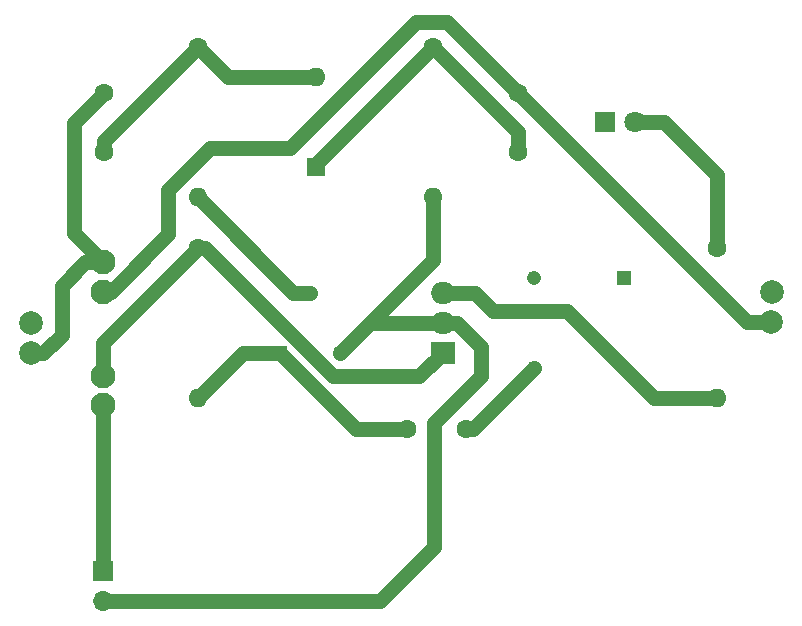
<source format=gtl>
%TF.GenerationSoftware,KiCad,Pcbnew,9.0.0*%
%TF.CreationDate,2025-08-17T08:57:57-07:00*%
%TF.ProjectId,OffsetAttenuator,4f666673-6574-4417-9474-656e7561746f,rev?*%
%TF.SameCoordinates,Original*%
%TF.FileFunction,Copper,L1,Top*%
%TF.FilePolarity,Positive*%
%FSLAX46Y46*%
G04 Gerber Fmt 4.6, Leading zero omitted, Abs format (unit mm)*
G04 Created by KiCad (PCBNEW 9.0.0) date 2025-08-17 08:57:57*
%MOMM*%
%LPD*%
G01*
G04 APERTURE LIST*
%TA.AperFunction,ComponentPad*%
%ADD10R,1.208000X1.208000*%
%TD*%
%TA.AperFunction,ComponentPad*%
%ADD11C,1.208000*%
%TD*%
%TA.AperFunction,ComponentPad*%
%ADD12C,2.100000*%
%TD*%
%TA.AperFunction,ComponentPad*%
%ADD13C,1.600000*%
%TD*%
%TA.AperFunction,ComponentPad*%
%ADD14O,1.600000X1.600000*%
%TD*%
%TA.AperFunction,ComponentPad*%
%ADD15C,2.000000*%
%TD*%
%TA.AperFunction,ComponentPad*%
%ADD16R,2.000000X1.905000*%
%TD*%
%TA.AperFunction,ComponentPad*%
%ADD17O,2.000000X1.905000*%
%TD*%
%TA.AperFunction,ComponentPad*%
%ADD18R,1.268000X1.268000*%
%TD*%
%TA.AperFunction,ComponentPad*%
%ADD19C,1.268000*%
%TD*%
%TA.AperFunction,ComponentPad*%
%ADD20R,1.700000X1.700000*%
%TD*%
%TA.AperFunction,ComponentPad*%
%ADD21O,1.700000X1.700000*%
%TD*%
%TA.AperFunction,ComponentPad*%
%ADD22R,1.600000X1.600000*%
%TD*%
%TA.AperFunction,ComponentPad*%
%ADD23R,1.800000X1.800000*%
%TD*%
%TA.AperFunction,ComponentPad*%
%ADD24C,1.800000*%
%TD*%
%TA.AperFunction,Conductor*%
%ADD25C,1.270000*%
%TD*%
G04 APERTURE END LIST*
D10*
%TO.P,Y1,1*%
%TO.N,N/C*%
X97120000Y-47690000D03*
D11*
%TO.P,Y1,4,GND*%
%TO.N,GND*%
X89500000Y-47690000D03*
%TO.P,Y1,5,OUTPUT*%
%TO.N,Net-(Y1-OUTPUT)*%
X89500000Y-55310000D03*
%TO.P,Y1,8,+VDC*%
%TO.N,/+5V*%
X97120000Y-55310000D03*
%TD*%
D12*
%TO.P,SW2,1,A*%
%TO.N,Net-(J2-In)*%
X53000000Y-48860000D03*
%TO.P,SW2,2,B*%
%TO.N,Net-(J1-Ext)*%
X53000000Y-46370000D03*
%TD*%
D13*
%TO.P,R4,1*%
%TO.N,Net-(SW1-B)*%
X61000000Y-45150000D03*
D14*
%TO.P,R4,2*%
%TO.N,Net-(C3-Pad1)*%
X61000000Y-57850000D03*
%TD*%
D13*
%TO.P,C1,1*%
%TO.N,Net-(J1-Ext)*%
X53100000Y-32000000D03*
%TO.P,C1,2*%
%TO.N,Net-(D1-A)*%
X53100000Y-37000000D03*
%TD*%
D15*
%TO.P,J2,1,In*%
%TO.N,Net-(J2-In)*%
X109595000Y-51420000D03*
%TO.P,J2,2,Ext*%
%TO.N,GND*%
X109605000Y-48870000D03*
%TD*%
D16*
%TO.P,U1,1,IN*%
%TO.N,Net-(SW1-B)*%
X81750000Y-54000000D03*
D17*
%TO.P,U1,2,GND*%
%TO.N,Net-(BT1--)*%
X81750000Y-51460000D03*
%TO.P,U1,3,OUT*%
%TO.N,/+5V*%
X81750000Y-48920000D03*
%TD*%
D13*
%TO.P,C3,1*%
%TO.N,Net-(C3-Pad1)*%
X78750000Y-60500000D03*
%TO.P,C3,2*%
%TO.N,Net-(Y1-OUTPUT)*%
X83750000Y-60500000D03*
%TD*%
D15*
%TO.P,J1,1,In*%
%TO.N,GND*%
X46905000Y-51500000D03*
%TO.P,J1,2,Ext*%
%TO.N,Net-(J1-Ext)*%
X46895000Y-54050000D03*
%TD*%
D18*
%TO.P,RV1,1,1*%
%TO.N,Net-(C3-Pad1)*%
X67960000Y-54040000D03*
D19*
%TO.P,RV1,2,2*%
%TO.N,Net-(R1-Pad2)*%
X70500000Y-48960000D03*
%TO.P,RV1,3,3*%
%TO.N,Net-(BT1--)*%
X73040000Y-54040000D03*
%TD*%
D13*
%TO.P,R3,1*%
%TO.N,Net-(D1-K)*%
X80900000Y-28150000D03*
D14*
%TO.P,R3,2*%
%TO.N,Net-(BT1--)*%
X80900000Y-40850000D03*
%TD*%
D13*
%TO.P,R1,1*%
%TO.N,Net-(D1-A)*%
X61000000Y-28150000D03*
D14*
%TO.P,R1,2*%
%TO.N,Net-(R1-Pad2)*%
X61000000Y-40850000D03*
%TD*%
D13*
%TO.P,R5,1*%
%TO.N,Net-(D2-A)*%
X105000000Y-45150000D03*
D14*
%TO.P,R5,2*%
%TO.N,/+5V*%
X105000000Y-57850000D03*
%TD*%
D12*
%TO.P,SW1,1,A*%
%TO.N,Net-(BT1-+)*%
X52990000Y-58460000D03*
%TO.P,SW1,2,B*%
%TO.N,Net-(SW1-B)*%
X52990000Y-55970000D03*
%TD*%
D20*
%TO.P,BT1,1,+*%
%TO.N,Net-(BT1-+)*%
X53000000Y-72500000D03*
D21*
%TO.P,BT1,2,-*%
%TO.N,Net-(BT1--)*%
X53000000Y-75040000D03*
%TD*%
D22*
%TO.P,D1,1,K*%
%TO.N,Net-(D1-K)*%
X71000000Y-38310000D03*
D14*
%TO.P,D1,2,A*%
%TO.N,Net-(D1-A)*%
X71000000Y-30690000D03*
%TD*%
D13*
%TO.P,C2,1*%
%TO.N,Net-(D1-K)*%
X88100000Y-37000000D03*
%TO.P,C2,2*%
%TO.N,Net-(J2-In)*%
X88100000Y-32000000D03*
%TD*%
D23*
%TO.P,D2,1,K*%
%TO.N,GND*%
X95500000Y-34500000D03*
D24*
%TO.P,D2,2,A*%
%TO.N,Net-(D2-A)*%
X98040000Y-34500000D03*
%TD*%
D25*
%TO.N,Net-(BT1--)*%
X73040000Y-54040000D02*
X75620000Y-51460000D01*
X85000000Y-56000000D02*
X85000000Y-53500000D01*
X53000000Y-75040000D02*
X76460000Y-75040000D01*
X82960000Y-51460000D02*
X81750000Y-51460000D01*
X75620000Y-51460000D02*
X81750000Y-51460000D01*
X76460000Y-75040000D02*
X81000000Y-70500000D01*
X80900000Y-46180000D02*
X75620000Y-51460000D01*
X80900000Y-40850000D02*
X80900000Y-46180000D01*
X81000000Y-60000000D02*
X85000000Y-56000000D01*
X85000000Y-53500000D02*
X82960000Y-51460000D01*
X81000000Y-70500000D02*
X81000000Y-60000000D01*
%TO.N,Net-(BT1-+)*%
X52990000Y-58460000D02*
X52990000Y-72490000D01*
X52990000Y-72490000D02*
X53000000Y-72500000D01*
%TO.N,Net-(D1-A)*%
X53100000Y-36050000D02*
X61000000Y-28150000D01*
X71000000Y-30690000D02*
X63540000Y-30690000D01*
X53100000Y-37000000D02*
X53100000Y-36050000D01*
X63540000Y-30690000D02*
X61000000Y-28150000D01*
%TO.N,Net-(J1-Ext)*%
X51515076Y-46370000D02*
X53000000Y-46370000D01*
X49500000Y-52500000D02*
X49500000Y-48385076D01*
X47950000Y-54050000D02*
X49500000Y-52500000D01*
X46895000Y-54050000D02*
X47950000Y-54050000D01*
X53100000Y-32000000D02*
X50500000Y-34600000D01*
X49500000Y-48385076D02*
X51515076Y-46370000D01*
X50500000Y-43870000D02*
X53000000Y-46370000D01*
X50500000Y-34600000D02*
X50500000Y-43870000D01*
%TO.N,Net-(D1-K)*%
X88100000Y-37000000D02*
X88100000Y-35350000D01*
X71000000Y-38050000D02*
X80900000Y-28150000D01*
X88100000Y-35350000D02*
X80900000Y-28150000D01*
X71000000Y-38310000D02*
X71000000Y-38050000D01*
%TO.N,Net-(J2-In)*%
X68826000Y-36674000D02*
X79500000Y-26000000D01*
X107520000Y-51420000D02*
X88100000Y-32000000D01*
X79500000Y-26000000D02*
X82100000Y-26000000D01*
X109595000Y-51420000D02*
X107520000Y-51420000D01*
X58500000Y-44000000D02*
X58500000Y-40250000D01*
X53640000Y-48860000D02*
X58500000Y-44000000D01*
X53000000Y-48860000D02*
X53640000Y-48860000D01*
X82100000Y-26000000D02*
X88100000Y-32000000D01*
X62076000Y-36674000D02*
X68826000Y-36674000D01*
X58500000Y-40250000D02*
X62076000Y-36674000D01*
%TO.N,Net-(C3-Pad1)*%
X67960000Y-54040000D02*
X64810000Y-54040000D01*
X64810000Y-54040000D02*
X61000000Y-57850000D01*
X78750000Y-60500000D02*
X74420000Y-60500000D01*
X74420000Y-60500000D02*
X67960000Y-54040000D01*
%TO.N,Net-(D2-A)*%
X100500000Y-34500000D02*
X98040000Y-34500000D01*
X105000000Y-45150000D02*
X105000000Y-39000000D01*
X105000000Y-39000000D02*
X100500000Y-34500000D01*
%TO.N,Net-(R1-Pad2)*%
X69110000Y-48960000D02*
X61000000Y-40850000D01*
X70500000Y-48960000D02*
X69110000Y-48960000D01*
%TO.N,Net-(SW1-B)*%
X52990000Y-55970000D02*
X52990000Y-53160000D01*
X72459846Y-56000000D02*
X61609846Y-45150000D01*
X81750000Y-54000000D02*
X79750000Y-56000000D01*
X52990000Y-53160000D02*
X61000000Y-45150000D01*
X61609846Y-45150000D02*
X61000000Y-45150000D01*
X79750000Y-56000000D02*
X72459846Y-56000000D01*
%TO.N,/+5V*%
X99660000Y-57850000D02*
X97120000Y-55310000D01*
X81750000Y-48920000D02*
X81830000Y-49000000D01*
X105000000Y-57850000D02*
X99660000Y-57850000D01*
X81830000Y-49000000D02*
X84500000Y-49000000D01*
X92310000Y-50500000D02*
X97120000Y-55310000D01*
X84500000Y-49000000D02*
X86000000Y-50500000D01*
X86000000Y-50500000D02*
X92310000Y-50500000D01*
%TO.N,Net-(Y1-OUTPUT)*%
X84310000Y-60500000D02*
X89500000Y-55310000D01*
X83750000Y-60500000D02*
X84310000Y-60500000D01*
%TD*%
M02*

</source>
